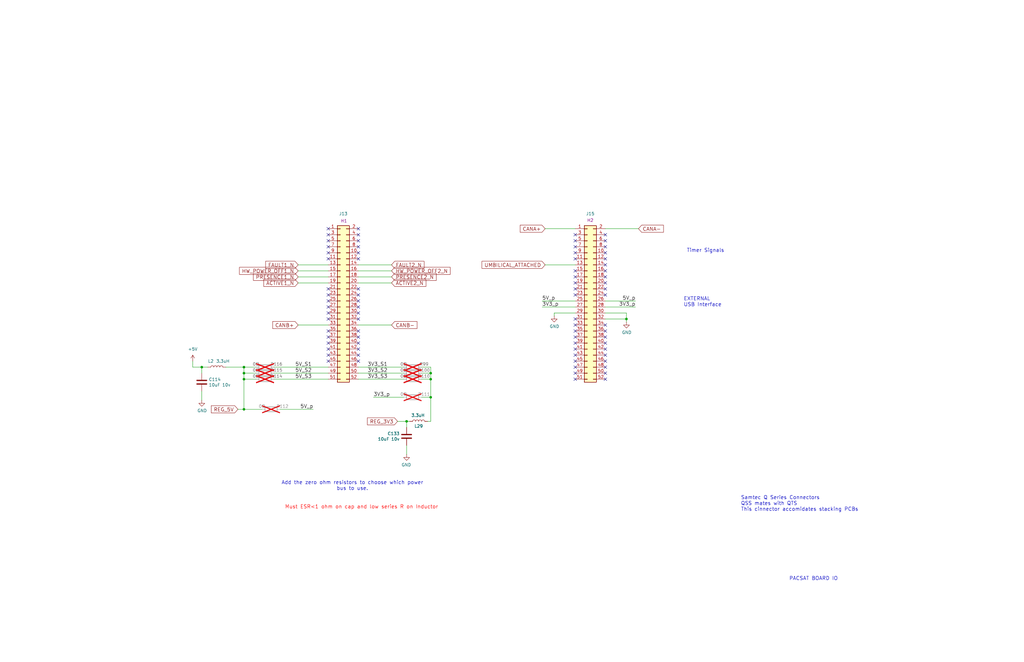
<source format=kicad_sch>
(kicad_sch (version 20250114) (generator "eeschema") (generator_version "9.0")
  (paper "USLedger")
  (title_block (title "Radiation Tolerant PacSat Communication") (date "2023-06-17") (rev "A") (company "AMSAT-NA") (comment 1 "N5BRG"))
  (lib_symbols
    (symbol "Connector_Generic:Conn_02x26_Odd_Even" (pin_names (offset 1.016) (hide yes))
      (property "Reference" "J" (at 1.27 33.02 0))
      (property "Value" "Conn_02x26_Odd_Even" (at 1.27 -35.56 0))
      (symbol "Conn_02x26_Odd_Even_1_1"
        (rectangle (start -1.27 31.75) (end 3.81 -34.29) (stroke (width 0.254)) (fill (type background)))
        (rectangle (start -1.27 30.607) (end 0 30.353) (stroke (width 0.1524)))
        (rectangle (start -1.27 28.067) (end 0 27.813) (stroke (width 0.1524)))
        (rectangle (start -1.27 25.527) (end 0 25.273) (stroke (width 0.1524)))
        (rectangle (start -1.27 22.987) (end 0 22.733) (stroke (width 0.1524)))
        (rectangle (start -1.27 20.447) (end 0 20.193) (stroke (width 0.1524)))
        (rectangle (start -1.27 17.907) (end 0 17.653) (stroke (width 0.1524)))
        (rectangle (start -1.27 15.367) (end 0 15.113) (stroke (width 0.1524)))
        (rectangle (start -1.27 12.827) (end 0 12.573) (stroke (width 0.1524)))
        (rectangle (start -1.27 10.287) (end 0 10.033) (stroke (width 0.1524)))
        (rectangle (start -1.27 7.747) (end 0 7.493) (stroke (width 0.1524)))
        (rectangle (start -1.27 5.207) (end 0 4.953) (stroke (width 0.1524)))
        (rectangle (start -1.27 2.667) (end 0 2.413) (stroke (width 0.1524)))
        (rectangle (start -1.27 0.127) (end 0 -0.127) (stroke (width 0.1524)))
        (rectangle (start -1.27 -2.413) (end 0 -2.667) (stroke (width 0.1524)))
        (rectangle (start -1.27 -4.953) (end 0 -5.207) (stroke (width 0.1524)))
        (rectangle (start -1.27 -7.493) (end 0 -7.747) (stroke (width 0.1524)))
        (rectangle (start -1.27 -10.033) (end 0 -10.287) (stroke (width 0.1524)))
        (rectangle (start -1.27 -12.573) (end 0 -12.827) (stroke (width 0.1524)))
        (rectangle (start -1.27 -15.113) (end 0 -15.367) (stroke (width 0.1524)))
        (rectangle (start -1.27 -17.653) (end 0 -17.907) (stroke (width 0.1524)))
        (rectangle (start -1.27 -20.193) (end 0 -20.447) (stroke (width 0.1524)))
        (rectangle (start -1.27 -22.733) (end 0 -22.987) (stroke (width 0.1524)))
        (rectangle (start -1.27 -25.273) (end 0 -25.527) (stroke (width 0.1524)))
        (rectangle (start -1.27 -27.813) (end 0 -28.067) (stroke (width 0.1524)))
        (rectangle (start -1.27 -30.353) (end 0 -30.607) (stroke (width 0.1524)))
        (rectangle (start -1.27 -32.893) (end 0 -33.147) (stroke (width 0.1524)))
        (rectangle (start 3.81 30.607) (end 2.54 30.353) (stroke (width 0.1524)))
        (rectangle (start 3.81 28.067) (end 2.54 27.813) (stroke (width 0.1524)))
        (rectangle (start 3.81 25.527) (end 2.54 25.273) (stroke (width 0.1524)))
        (rectangle (start 3.81 22.987) (end 2.54 22.733) (stroke (width 0.1524)))
        (rectangle (start 3.81 20.447) (end 2.54 20.193) (stroke (width 0.1524)))
        (rectangle (start 3.81 17.907) (end 2.54 17.653) (stroke (width 0.1524)))
        (rectangle (start 3.81 15.367) (end 2.54 15.113) (stroke (width 0.1524)))
        (rectangle (start 3.81 12.827) (end 2.54 12.573) (stroke (width 0.1524)))
        (rectangle (start 3.81 10.287) (end 2.54 10.033) (stroke (width 0.1524)))
        (rectangle (start 3.81 7.747) (end 2.54 7.493) (stroke (width 0.1524)))
        (rectangle (start 3.81 5.207) (end 2.54 4.953) (stroke (width 0.1524)))
        (rectangle (start 3.81 2.667) (end 2.54 2.413) (stroke (width 0.1524)))
        (rectangle (start 3.81 0.127) (end 2.54 -0.127) (stroke (width 0.1524)))
        (rectangle (start 3.81 -2.413) (end 2.54 -2.667) (stroke (width 0.1524)))
        (rectangle (start 3.81 -4.953) (end 2.54 -5.207) (stroke (width 0.1524)))
        (rectangle (start 3.81 -7.493) (end 2.54 -7.747) (stroke (width 0.1524)))
        (rectangle (start 3.81 -10.033) (end 2.54 -10.287) (stroke (width 0.1524)))
        (rectangle (start 3.81 -12.573) (end 2.54 -12.827) (stroke (width 0.1524)))
        (rectangle (start 3.81 -15.113) (end 2.54 -15.367) (stroke (width 0.1524)))
        (rectangle (start 3.81 -17.653) (end 2.54 -17.907) (stroke (width 0.1524)))
        (rectangle (start 3.81 -20.193) (end 2.54 -20.447) (stroke (width 0.1524)))
        (rectangle (start 3.81 -22.733) (end 2.54 -22.987) (stroke (width 0.1524)))
        (rectangle (start 3.81 -25.273) (end 2.54 -25.527) (stroke (width 0.1524)))
        (rectangle (start 3.81 -27.813) (end 2.54 -28.067) (stroke (width 0.1524)))
        (rectangle (start 3.81 -30.353) (end 2.54 -30.607) (stroke (width 0.1524)))
        (rectangle (start 3.81 -32.893) (end 2.54 -33.147) (stroke (width 0.1524)))
        (pin passive line (at -5.08 30.48 0) (length 3.81) (name "Pin_1") (number "1"))
        (pin passive line (at -5.08 27.94 0) (length 3.81) (name "Pin_3") (number "3"))
        (pin passive line (at -5.08 25.4 0) (length 3.81) (name "Pin_5") (number "5"))
        (pin passive line (at -5.08 22.86 0) (length 3.81) (name "Pin_7") (number "7"))
        (pin passive line (at -5.08 20.32 0) (length 3.81) (name "Pin_9") (number "9"))
        (pin passive line (at -5.08 17.78 0) (length 3.81) (name "Pin_11") (number "11"))
        (pin passive line (at -5.08 15.24 0) (length 3.81) (name "Pin_13") (number "13"))
        (pin passive line (at -5.08 12.7 0) (length 3.81) (name "Pin_15") (number "15"))
        (pin passive line (at -5.08 10.16 0) (length 3.81) (name "Pin_17") (number "17"))
        (pin passive line (at -5.08 7.62 0) (length 3.81) (name "Pin_19") (number "19"))
        (pin passive line (at -5.08 5.08 0) (length 3.81) (name "Pin_21") (number "21"))
        (pin passive line (at -5.08 2.54 0) (length 3.81) (name "Pin_23") (number "23"))
        (pin passive line (at -5.08 0 0) (length 3.81) (name "Pin_25") (number "25"))
        (pin passive line (at -5.08 -2.54 0) (length 3.81) (name "Pin_27") (number "27"))
        (pin passive line (at -5.08 -5.08 0) (length 3.81) (name "Pin_29") (number "29"))
        (pin passive line (at -5.08 -7.62 0) (length 3.81) (name "Pin_31") (number "31"))
        (pin passive line (at -5.08 -10.16 0) (length 3.81) (name "Pin_33") (number "33"))
        (pin passive line (at -5.08 -12.7 0) (length 3.81) (name "Pin_35") (number "35"))
        (pin passive line (at -5.08 -15.24 0) (length 3.81) (name "Pin_37") (number "37"))
        (pin passive line (at -5.08 -17.78 0) (length 3.81) (name "Pin_39") (number "39"))
        (pin passive line (at -5.08 -20.32 0) (length 3.81) (name "Pin_41") (number "41"))
        (pin passive line (at -5.08 -22.86 0) (length 3.81) (name "Pin_43") (number "43"))
        (pin passive line (at -5.08 -25.4 0) (length 3.81) (name "Pin_45") (number "45"))
        (pin passive line (at -5.08 -27.94 0) (length 3.81) (name "Pin_47") (number "47"))
        (pin passive line (at -5.08 -30.48 0) (length 3.81) (name "Pin_49") (number "49"))
        (pin passive line (at -5.08 -33.02 0) (length 3.81) (name "Pin_51") (number "51"))
        (pin passive line (at 7.62 30.48 180) (length 3.81) (name "Pin_2") (number "2"))
        (pin passive line (at 7.62 27.94 180) (length 3.81) (name "Pin_4") (number "4"))
        (pin passive line (at 7.62 25.4 180) (length 3.81) (name "Pin_6") (number "6"))
        (pin passive line (at 7.62 22.86 180) (length 3.81) (name "Pin_8") (number "8"))
        (pin passive line (at 7.62 20.32 180) (length 3.81) (name "Pin_10") (number "10"))
        (pin passive line (at 7.62 17.78 180) (length 3.81) (name "Pin_12") (number "12"))
        (pin passive line (at 7.62 15.24 180) (length 3.81) (name "Pin_14") (number "14"))
        (pin passive line (at 7.62 12.7 180) (length 3.81) (name "Pin_16") (number "16"))
        (pin passive line (at 7.62 10.16 180) (length 3.81) (name "Pin_18") (number "18"))
        (pin passive line (at 7.62 7.62 180) (length 3.81) (name "Pin_20") (number "20"))
        (pin passive line (at 7.62 5.08 180) (length 3.81) (name "Pin_22") (number "22"))
        (pin passive line (at 7.62 2.54 180) (length 3.81) (name "Pin_24") (number "24"))
        (pin passive line (at 7.62 0 180) (length 3.81) (name "Pin_26") (number "26"))
        (pin passive line (at 7.62 -2.54 180) (length 3.81) (name "Pin_28") (number "28"))
        (pin passive line (at 7.62 -5.08 180) (length 3.81) (name "Pin_30") (number "30"))
        (pin passive line (at 7.62 -7.62 180) (length 3.81) (name "Pin_32") (number "32"))
        (pin passive line (at 7.62 -10.16 180) (length 3.81) (name "Pin_34") (number "34"))
        (pin passive line (at 7.62 -12.7 180) (length 3.81) (name "Pin_36") (number "36"))
        (pin passive line (at 7.62 -15.24 180) (length 3.81) (name "Pin_38") (number "38"))
        (pin passive line (at 7.62 -17.78 180) (length 3.81) (name "Pin_40") (number "40"))
        (pin passive line (at 7.62 -20.32 180) (length 3.81) (name "Pin_42") (number "42"))
        (pin passive line (at 7.62 -22.86 180) (length 3.81) (name "Pin_44") (number "44"))
        (pin passive line (at 7.62 -25.4 180) (length 3.81) (name "Pin_46") (number "46"))
        (pin passive line (at 7.62 -27.94 180) (length 3.81) (name "Pin_48") (number "48"))
        (pin passive line (at 7.62 -30.48 180) (length 3.81) (name "Pin_50") (number "50"))
        (pin passive line (at 7.62 -33.02 180) (length 3.81) (name "Pin_52") (number "52"))
      )
    )
    (symbol "Device:C" (pin_numbers (hide yes)) (pin_names (offset 0.254))
      (property "Reference" "C" (at 0.635 2.54 0))
      (property "Value" "C" (at 0.635 -2.54 0))
      (symbol "C_0_1"
        (polyline (pts (xy -2.032 0.762) (xy 2.032 0.762)) (stroke (width 0.508)))
        (polyline (pts (xy -2.032 -0.762) (xy 2.032 -0.762)) (stroke (width 0.508)))
      )
      (symbol "C_1_1"
        (pin passive line (at 0 3.81 270) (length 2.794) (name "~") (number "1"))
        (pin passive line (at 0 -3.81 90) (length 2.794) (name "~") (number "2"))
      )
    )
    (symbol "Device:L" (pin_numbers (hide yes)) (pin_names (offset 1.016) (hide yes))
      (property "Reference" "L" (at -1.27 0 90))
      (property "Value" "L" (at 1.905 0 90))
      (symbol "L_0_1"
        (arc (start 0 2.54) (mid 0.6323 1.905) (end 0 1.27))
        (arc (start 0 1.27) (mid 0.6323 0.635) (end 0 0))
        (arc (start 0 0) (mid 0.6323 -0.635) (end 0 -1.27))
        (arc (start 0 -1.27) (mid 0.6323 -1.905) (end 0 -2.54))
      )
      (symbol "L_1_1"
        (pin passive line (at 0 3.81 270) (length 1.27) (name "1") (number "1"))
        (pin passive line (at 0 -3.81 90) (length 1.27) (name "2") (number "2"))
      )
    )
    (symbol "Device:R" (pin_numbers (hide yes)) (pin_names (offset 0))
      (property "Reference" "R" (at 2.032 0 90))
      (property "Value" "R" (at 0 0 90))
      (symbol "R_0_1"
        (rectangle (start -1.016 -2.54) (end 1.016 2.54) (stroke (width 0.254)))
      )
      (symbol "R_1_1"
        (pin passive line (at 0 3.81 270) (length 1.27) (name "~") (number "1"))
        (pin passive line (at 0 -3.81 90) (length 1.27) (name "~") (number "2"))
      )
    )
    (symbol "power:+5V" (power) (pin_numbers (hide yes)) (pin_names (offset 0) (hide yes))
      (property "Value" "+5V" (at 0 3.556 0))
      (symbol "+5V_0_1"
        (polyline (pts (xy -0.762 1.27) (xy 0 2.54)))
        (polyline (pts (xy 0 2.54) (xy 0.762 1.27)))
        (polyline (pts (xy 0 0) (xy 0 2.54)))
      )
      (symbol "+5V_1_1"
        (pin power_in line (at 0 0 90) (length 0) (name "~") (number "1"))
      )
    )
    (symbol "power:GND" (power) (pin_numbers (hide yes)) (pin_names (offset 0) (hide yes))
      (property "Value" "GND" (at 0 -3.81 0))
      (symbol "GND_0_1"
        (polyline (pts (xy 0 0) (xy 0 -1.27) (xy 1.27 -1.27) (xy 0 -2.54) (xy -1.27 -1.27) (xy 0 -1.27)))
      )
      (symbol "GND_1_1"
        (pin power_in line (at 0 0 270) (length 0) (name "~") (number "1"))
      )
    )
  )
  (text "Add the zero ohm resistors to choose which power\nbus to use." (at 148.59 204.978 0) (effects (font (size 1.524 1.524))))
  (text "Samtec Q Series Connectors\nQSS mates with QTS\nThis cinnector accomidates stacking PCBs" (at 312.42 215.9 0) (effects (font (size 1.524 1.524)) (justify left bottom)))
  (text "Timer Signals" (at 289.56 106.68 0) (effects (font (size 1.524 1.524)) (justify left bottom)))
  (text "PACSAT BOARD IO" (at 332.74 245.11 0) (effects (font (size 1.524 1.524)) (justify left bottom)))
  (text "Must ESR<1 ohm on cap and low series R on Inductor" (at 120.142 214.884 0) (effects (font (size 1.524 1.524)) (justify left bottom)))
  (text "EXTERNAL\nUSB Interface" (at 288.29 129.54 0) (effects (font (size 1.524 1.524)) (justify left bottom)))
  (junction (at 85.09 154.94))
  (junction (at 181.61 157.48))
  (junction (at 181.61 167.64))
  (junction (at 102.87 160.02))
  (junction (at 102.87 172.72))
  (junction (at 171.45 177.8))
  (junction (at 102.87 157.48))
  (junction (at 102.87 154.94))
  (junction (at 181.61 160.02))
  (junction (at 264.16 134.62))
  (no_connect (at 138.43 152.4))
  (no_connect (at 255.27 160.02))
  (no_connect (at 151.13 101.6))
  (no_connect (at 242.57 134.62))
  (no_connect (at 151.13 142.24))
  (no_connect (at 255.27 147.32))
  (no_connect (at 255.27 109.22))
  (no_connect (at 151.13 104.14))
  (no_connect (at 255.27 99.06))
  (no_connect (at 255.27 124.46))
  (no_connect (at 151.13 129.54))
  (no_connect (at 242.57 160.02))
  (no_connect (at 255.27 149.86))
  (no_connect (at 138.43 104.14))
  (no_connect (at 138.43 147.32))
  (no_connect (at 151.13 127))
  (no_connect (at 255.27 116.84))
  (no_connect (at 151.13 106.68))
  (no_connect (at 151.13 144.78))
  (no_connect (at 138.43 144.78))
  (no_connect (at 255.27 139.7))
  (no_connect (at 151.13 132.08))
  (no_connect (at 255.27 119.38))
  (no_connect (at 138.43 132.08))
  (no_connect (at 138.43 106.68))
  (no_connect (at 242.57 149.86))
  (no_connect (at 255.27 157.48))
  (no_connect (at 138.43 127))
  (no_connect (at 138.43 96.52))
  (no_connect (at 151.13 96.52))
  (no_connect (at 255.27 121.92))
  (no_connect (at 242.57 152.4))
  (no_connect (at 151.13 99.06))
  (no_connect (at 151.13 124.46))
  (no_connect (at 138.43 99.06))
  (no_connect (at 242.57 99.06))
  (no_connect (at 151.13 152.4))
  (no_connect (at 242.57 109.22))
  (no_connect (at 138.43 139.7))
  (no_connect (at 255.27 142.24))
  (no_connect (at 255.27 101.6))
  (no_connect (at 151.13 149.86))
  (no_connect (at 255.27 152.4))
  (no_connect (at 151.13 139.7))
  (no_connect (at 242.57 157.48))
  (no_connect (at 242.57 119.38))
  (no_connect (at 151.13 121.92))
  (no_connect (at 242.57 114.3))
  (no_connect (at 138.43 109.22))
  (no_connect (at 242.57 124.46))
  (no_connect (at 151.13 134.62))
  (no_connect (at 242.57 139.7))
  (no_connect (at 151.13 147.32))
  (no_connect (at 242.57 144.78))
  (no_connect (at 138.43 121.92))
  (no_connect (at 242.57 116.84))
  (no_connect (at 151.13 109.22))
  (no_connect (at 255.27 114.3))
  (no_connect (at 138.43 142.24))
  (no_connect (at 255.27 137.16))
  (no_connect (at 255.27 144.78))
  (no_connect (at 242.57 104.14))
  (no_connect (at 138.43 124.46))
  (no_connect (at 255.27 111.76))
  (no_connect (at 242.57 142.24))
  (no_connect (at 242.57 137.16))
  (no_connect (at 255.27 106.68))
  (no_connect (at 242.57 106.68))
  (no_connect (at 255.27 154.94))
  (no_connect (at 255.27 104.14))
  (no_connect (at 242.57 101.6))
  (no_connect (at 138.43 134.62))
  (no_connect (at 242.57 147.32))
  (no_connect (at 242.57 154.94))
  (no_connect (at 138.43 101.6))
  (no_connect (at 242.57 121.92))
  (no_connect (at 138.43 149.86))
  (no_connect (at 138.43 129.54))
  (wire (pts (xy 115.57 154.94) (xy 138.43 154.94)))
  (wire (pts (xy 102.87 157.48) (xy 102.87 154.94)))
  (wire (pts (xy 125.73 137.16) (xy 138.43 137.16)))
  (wire (pts (xy 81.28 154.94) (xy 85.09 154.94)))
  (wire (pts (xy 181.61 160.02) (xy 181.61 157.48)))
  (wire (pts (xy 102.87 160.02) (xy 107.95 160.02)))
  (wire (pts (xy 177.8 167.64) (xy 181.61 167.64)))
  (wire (pts (xy 264.16 134.62) (xy 264.16 135.89)))
  (wire (pts (xy 110.49 172.72) (xy 102.87 172.72)))
  (wire (pts (xy 255.27 129.54) (xy 267.97 129.54)))
  (wire (pts (xy 115.57 157.48) (xy 138.43 157.48)))
  (wire (pts (xy 233.68 132.08) (xy 242.57 132.08)))
  (wire (pts (xy 102.87 160.02) (xy 102.87 157.48)))
  (wire (pts (xy 85.09 154.94) (xy 85.09 157.48)))
  (wire (pts (xy 228.6 129.54) (xy 242.57 129.54)))
  (wire (pts (xy 181.61 167.64) (xy 181.61 177.8)))
  (wire (pts (xy 102.87 157.48) (xy 107.95 157.48)))
  (wire (pts (xy 181.61 157.48) (xy 181.61 154.94)))
  (wire (pts (xy 151.13 160.02) (xy 170.18 160.02)))
  (wire (pts (xy 85.09 154.94) (xy 87.63 154.94)))
  (wire (pts (xy 151.13 116.84) (xy 165.1 116.84)))
  (wire (pts (xy 157.48 167.64) (xy 170.18 167.64)))
  (wire (pts (xy 132.08 172.72) (xy 118.11 172.72)))
  (wire (pts (xy 264.16 132.08) (xy 255.27 132.08)))
  (wire (pts (xy 177.8 160.02) (xy 181.61 160.02)))
  (wire (pts (xy 171.45 177.8) (xy 167.64 177.8)))
  (wire (pts (xy 255.27 134.62) (xy 264.16 134.62)))
  (wire (pts (xy 171.45 177.8) (xy 171.45 180.34)))
  (wire (pts (xy 171.45 187.96) (xy 171.45 191.77)))
  (wire (pts (xy 255.27 127) (xy 267.97 127)))
  (wire (pts (xy 255.27 96.52) (xy 269.24 96.52)))
  (wire (pts (xy 180.34 177.8) (xy 181.61 177.8)))
  (wire (pts (xy 151.13 157.48) (xy 170.18 157.48)))
  (wire (pts (xy 115.57 160.02) (xy 138.43 160.02)))
  (wire (pts (xy 172.72 177.8) (xy 171.45 177.8)))
  (wire (pts (xy 233.68 132.08) (xy 233.68 133.35)))
  (wire (pts (xy 229.87 111.76) (xy 242.57 111.76)))
  (wire (pts (xy 181.61 167.64) (xy 181.61 160.02)))
  (wire (pts (xy 125.73 119.38) (xy 138.43 119.38)))
  (wire (pts (xy 229.87 96.52) (xy 242.57 96.52)))
  (wire (pts (xy 85.09 165.1) (xy 85.09 168.91)))
  (wire (pts (xy 151.13 111.76) (xy 165.1 111.76)))
  (wire (pts (xy 151.13 137.16) (xy 165.1 137.16)))
  (wire (pts (xy 151.13 119.38) (xy 165.1 119.38)))
  (wire (pts (xy 177.8 154.94) (xy 181.61 154.94)))
  (wire (pts (xy 102.87 172.72) (xy 102.87 160.02)))
  (wire (pts (xy 102.87 154.94) (xy 107.95 154.94)))
  (wire (pts (xy 151.13 114.3) (xy 165.1 114.3)))
  (wire (pts (xy 100.33 172.72) (xy 102.87 172.72)))
  (wire (pts (xy 151.13 154.94) (xy 170.18 154.94)))
  (wire (pts (xy 81.28 152.4) (xy 81.28 154.94)))
  (wire (pts (xy 125.73 114.3) (xy 138.43 114.3)))
  (wire (pts (xy 125.73 111.76) (xy 138.43 111.76)))
  (wire (pts (xy 125.73 116.84) (xy 138.43 116.84)))
  (wire (pts (xy 228.6 127) (xy 242.57 127)))
  (wire (pts (xy 177.8 157.48) (xy 181.61 157.48)))
  (wire (pts (xy 95.25 154.94) (xy 102.87 154.94)))
  (wire (pts (xy 264.16 132.08) (xy 264.16 134.62)))
  (label "3V3_S3" (at 154.94 160.02 0) (effects (font (size 1.524 1.524))))
  (label "3V3_S1" (at 154.94 154.94 0) (effects (font (size 1.524 1.524))))
  (label "3V3_p" (at 228.6 129.54 0) (effects (font (size 1.524 1.524))))
  (label "5V_p" (at 267.97 127 180) (effects (font (size 1.524 1.524))))
  (label "3V3_p" (at 267.97 129.54 180) (effects (font (size 1.524 1.524))))
  (label "3V3_p" (at 157.48 167.64 0) (effects (font (size 1.524 1.524))))
  (label "5V_p" (at 228.6 127 0) (effects (font (size 1.524 1.524))))
  (label "5V_S3" (at 124.46 160.02 0) (effects (font (size 1.524 1.524))))
  (label "5V_S1" (at 124.46 154.94 0) (effects (font (size 1.524 1.524))))
  (label "3V3_S2" (at 154.94 157.48 0) (effects (font (size 1.524 1.524))))
  (label "5V_p" (at 132.08 172.72 180) (effects (font (size 1.524 1.524))))
  (label "5V_S2" (at 124.46 157.48 0) (effects (font (size 1.524 1.524))))
  (global_label "UMBILICAL_ATTACHED" (shape input) (at 229.87 111.76 180) (effects (font (size 1.524 1.524))) (property "Intersheetrefs" "${INTERSHEET_REFS}" (effects (hide yes))))
  (global_label "FAULT1_N" (shape input) (at 125.73 111.76 180) (effects (font (size 1.524 1.524))) (property "Intersheetrefs" "${INTERSHEET_REFS}" (effects (hide yes))))
  (global_label "CANA+" (shape input) (at 229.87 96.52 180) (effects (font (size 1.524 1.524))) (property "Intersheetrefs" "${INTERSHEET_REFS}" (effects (hide yes))))
  (global_label "CANA-" (shape input) (at 269.24 96.52 0) (effects (font (size 1.524 1.524))) (property "Intersheetrefs" "${INTERSHEET_REFS}" (effects (hide yes))))
  (global_label "CANB-" (shape input) (at 165.1 137.16 0) (effects (font (size 1.524 1.524))) (property "Intersheetrefs" "${INTERSHEET_REFS}" (effects (hide yes))))
  (global_label "PRESENCE1_N" (shape input) (at 125.73 116.84 180) (effects (font (size 1.524 1.524))) (property "Intersheetrefs" "${INTERSHEET_REFS}" (effects (hide yes))))
  (global_label "FAULT2_N" (shape input) (at 165.1 111.76 0) (effects (font (size 1.524 1.524))) (property "Intersheetrefs" "${INTERSHEET_REFS}" (effects (hide yes))))
  (global_label "REG_3V3" (shape input) (at 167.64 177.8 180) (effects (font (size 1.524 1.524))) (property "Intersheetrefs" "${INTERSHEET_REFS}" (effects (hide yes))))
  (global_label "PRESENCE2_N" (shape input) (at 165.1 116.84 0) (effects (font (size 1.524 1.524))) (property "Intersheetrefs" "${INTERSHEET_REFS}" (effects (hide yes))))
  (global_label "REG_5V" (shape input) (at 100.33 172.72 180) (effects (font (size 1.524 1.524))) (property "Intersheetrefs" "${INTERSHEET_REFS}" (effects (hide yes))))
  (global_label "HW_POWER_OFF2_N" (shape input) (at 165.1 114.3 0) (effects (font (size 1.524 1.524))) (property "Intersheetrefs" "${INTERSHEET_REFS}" (effects (hide yes))))
  (global_label "ACTIVE2_N" (shape input) (at 165.1 119.38 0) (effects (font (size 1.524 1.524))) (property "Intersheetrefs" "${INTERSHEET_REFS}" (effects (hide yes))))
  (global_label "ACTIVE1_N" (shape input) (at 125.73 119.38 180) (effects (font (size 1.524 1.524))) (property "Intersheetrefs" "${INTERSHEET_REFS}" (effects (hide yes))))
  (global_label "CANB+" (shape input) (at 125.73 137.16 180) (effects (font (size 1.524 1.524))) (property "Intersheetrefs" "${INTERSHEET_REFS}" (effects (hide yes))))
  (global_label "HW_POWER_OFF1_N" (shape input) (at 125.73 114.3 180) (effects (font (size 1.524 1.524))) (property "Intersheetrefs" "${INTERSHEET_REFS}" (effects (hide yes))))
  (symbol (lib_id "Device:R") (at 173.99 154.94 90) (unit 1) (in_bom no) (dnp yes)
    (property "Reference" "R99" (at 178.816 153.67 90))
    (property "Value" "0Ω" (at 170.18 153.67 90))
    (property "Footprint" "Resistor_SMD:R_0603_1608Metric_Pad0.98x0.95mm_HandSolder" (effects (hide yes)))
    (property "Description" "Resistor" (effects (hide yes)))
  )
  (symbol (lib_id "Device:R") (at 173.99 167.64 90) (unit 1) (in_bom no) (dnp yes)
    (property "Reference" "R111" (at 178.816 166.37 90))
    (property "Value" "0Ω" (at 170.18 166.37 90))
    (property "Footprint" "Resistor_SMD:R_0603_1608Metric_Pad0.98x0.95mm_HandSolder" (effects (hide yes)))
    (property "Description" "Resistor" (effects (hide yes)))
  )
  (symbol (lib_id "Device:L") (at 91.44 154.94 90) (unit 1)
    (property "Reference" "L2" (at 88.9 152.4 90))
    (property "Value" "3.3uH" (at 93.98 152.4 90))
    (property "Footprint" "Inductor_SMD:L_1210_3225Metric_Pad1.42x2.65mm_HandSolder" (effects (hide yes)))
  )
  (symbol (lib_id "power:GND") (at 233.68 133.35 0) (unit 1)
    (property "Reference" "#PWR0238" (effects (hide yes)))
    (property "Value" "GND" (at 233.807 137.7442 0))
  )
  (symbol (lib_id "Device:C") (at 171.45 184.15 0) (mirror y) (unit 1)
    (property "Reference" "C133" (at 168.529 182.9816 0) (effects (justify left)))
    (property "Value" "10uF 10v" (at 168.529 185.293 0) (effects (justify left)))
    (property "Footprint" "Capacitor_SMD:C_1206_3216Metric" (effects (hide yes)))
  )
  (symbol (lib_id "Device:C") (at 85.09 161.29 0) (unit 1)
    (property "Reference" "C114" (at 88.011 160.1216 0) (effects (justify left)))
    (property "Value" "10uF 10v" (at 88.011 162.433 0) (effects (justify left)))
    (property "Footprint" "Capacitor_SMD:C_1206_3216Metric" (effects (hide yes)))
  )
  (symbol (lib_id "power:+5V") (at 81.28 152.4 0) (unit 1)
    (property "Reference" "#PWR066" (effects (hide yes)))
    (property "Value" "+5V" (at 81.28 147.32 0))
  )
  (symbol (lib_id "Device:R") (at 111.76 157.48 90) (unit 1) (in_bom no) (dnp yes)
    (property "Reference" "R115" (at 116.586 156.21 90))
    (property "Value" "0Ω" (at 107.95 156.21 90))
    (property "Footprint" "Resistor_SMD:R_0603_1608Metric_Pad0.98x0.95mm_HandSolder" (effects (hide yes)))
    (property "Description" "Resistor" (effects (hide yes)))
  )
  (symbol (lib_id "Device:L") (at 176.53 177.8 270) (mirror x) (unit 1)
    (property "Reference" "L29" (at 176.53 179.832 90))
    (property "Value" "3.3uH" (at 176.276 175.26 90))
    (property "Footprint" "Inductor_SMD:L_1210_3225Metric_Pad1.42x2.65mm_HandSolder" (effects (hide yes)))
  )
  (symbol (lib_id "power:GND") (at 264.16 135.89 0) (unit 1)
    (property "Reference" "#PWR0239" (effects (hide yes)))
    (property "Value" "GND" (at 264.287 140.2842 0))
  )
  (symbol (lib_id "Device:R") (at 111.76 154.94 90) (unit 1) (in_bom no) (dnp yes)
    (property "Reference" "R116" (at 116.586 153.67 90))
    (property "Value" "0Ω" (at 107.95 153.67 90))
    (property "Footprint" "Resistor_SMD:R_0603_1608Metric_Pad0.98x0.95mm_HandSolder" (effects (hide yes)))
    (property "Description" "Resistor" (effects (hide yes)))
  )
  (symbol (lib_id "power:GND") (at 171.45 191.77 0) (mirror y) (unit 1)
    (property "Reference" "#PWR074" (effects (hide yes)))
    (property "Value" "GND" (at 171.323 196.1642 0))
  )
  (symbol (lib_id "Connector_Generic:Conn_02x26_Odd_Even") (at 143.51 127 0) (unit 1)
    (property "Reference" "J13" (at 144.78 90.17 0))
    (property "Value" "ESQ-126-39-G-D_SAI" (effects (hide yes)))
    (property "Footprint" "PacSatDev_misc:CONN_ESQ-126-39-G-D_SAI" (effects (hide yes)))
    (property "Description" "H1" (at 145.034 93.218 0))
  )
  (symbol (lib_id "Device:R") (at 114.3 172.72 90) (unit 1) (in_bom no) (dnp yes)
    (property "Reference" "R112" (at 119.126 171.45 90))
    (property "Value" "0Ω" (at 110.49 171.45 90))
    (property "Footprint" "Resistor_SMD:R_0603_1608Metric_Pad0.98x0.95mm_HandSolder" (effects (hide yes)))
    (property "Description" "Resistor" (effects (hide yes)))
  )
  (symbol (lib_id "Device:R") (at 111.76 160.02 90) (unit 1) (in_bom no) (dnp yes)
    (property "Reference" "R114" (at 116.586 158.75 90))
    (property "Value" "0Ω" (at 107.95 158.75 90))
    (property "Footprint" "Resistor_SMD:R_0603_1608Metric_Pad0.98x0.95mm_HandSolder" (effects (hide yes)))
    (property "Description" "Resistor" (effects (hide yes)))
  )
  (symbol (lib_id "Connector_Generic:Conn_02x26_Odd_Even") (at 247.65 127 0) (unit 1)
    (property "Reference" "J15" (at 248.92 90.17 0))
    (property "Value" "ESQ-126-39-G-D_SAI" (effects (hide yes)))
    (property "Footprint" "PacSatDev_misc:CONN_ESQ-126-39-G-D_SAI" (effects (hide yes)))
    (property "Description" "H2" (at 248.92 92.964 0))
  )
  (symbol (lib_id "Device:R") (at 173.99 160.02 90) (unit 1) (in_bom no) (dnp yes)
    (property "Reference" "R110" (at 178.816 158.75 90))
    (property "Value" "0Ω" (at 170.18 158.75 90))
    (property "Footprint" "Resistor_SMD:R_0603_1608Metric_Pad0.98x0.95mm_HandSolder" (effects (hide yes)))
    (property "Description" "Resistor" (effects (hide yes)))
  )
  (symbol (lib_id "power:GND") (at 85.09 168.91 0) (unit 1)
    (property "Reference" "#PWR0237" (effects (hide yes)))
    (property "Value" "GND" (at 85.217 173.3042 0))
  )
  (symbol (lib_id "Device:R") (at 173.99 157.48 90) (unit 1) (in_bom no) (dnp yes)
    (property "Reference" "R100" (at 178.816 156.21 90))
    (property "Value" "0Ω" (at 170.18 156.21 90))
    (property "Footprint" "Resistor_SMD:R_0603_1608Metric_Pad0.98x0.95mm_HandSolder" (effects (hide yes)))
    (property "Description" "Resistor" (effects (hide yes)))
  )
)
</source>
